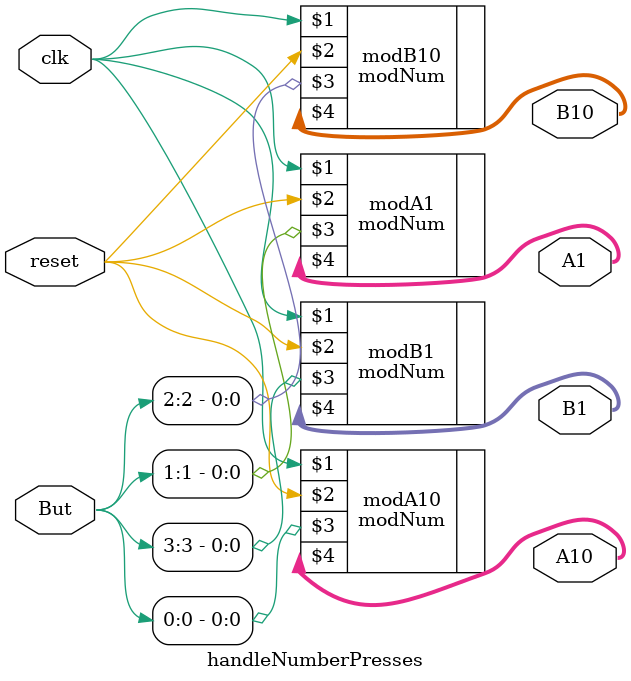
<source format=v>
module handleNumberPresses(
input clk, reset,
input [3:0] But,
output  [3:0] A10, A1, B10, B1
);
    
modNum  modA10(clk, reset, But[0], A10);

modNum  modA1(clk, reset, But[1], A1);

modNum  modB10(clk, reset, But[2],B10);

modNum  modB1(clk, reset,But[3],B1);
    
endmodule

</source>
